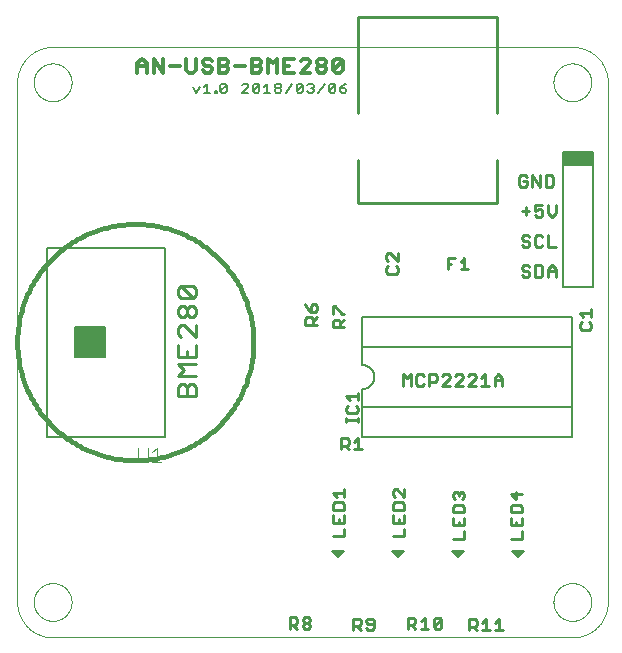
<source format=gto>
G75*
%MOIN*%
%OFA0B0*%
%FSLAX25Y25*%
%IPPOS*%
%LPD*%
%AMOC8*
5,1,8,0,0,1.08239X$1,22.5*
%
%ADD10C,0.00000*%
%ADD11C,0.00900*%
%ADD12C,0.01200*%
%ADD13C,0.00800*%
%ADD14C,0.01100*%
%ADD15C,0.01600*%
%ADD16C,0.00600*%
%ADD17C,0.01000*%
%ADD18C,0.00500*%
%ADD19C,0.00787*%
%ADD20R,0.10000X0.05000*%
%ADD21C,0.00400*%
D10*
X0005724Y0017535D02*
X0005724Y0190764D01*
X0011236Y0190764D02*
X0011238Y0190922D01*
X0011244Y0191080D01*
X0011254Y0191238D01*
X0011268Y0191396D01*
X0011286Y0191553D01*
X0011307Y0191710D01*
X0011333Y0191866D01*
X0011363Y0192022D01*
X0011396Y0192177D01*
X0011434Y0192330D01*
X0011475Y0192483D01*
X0011520Y0192635D01*
X0011569Y0192786D01*
X0011622Y0192935D01*
X0011678Y0193083D01*
X0011738Y0193229D01*
X0011802Y0193374D01*
X0011870Y0193517D01*
X0011941Y0193659D01*
X0012015Y0193799D01*
X0012093Y0193936D01*
X0012175Y0194072D01*
X0012259Y0194206D01*
X0012348Y0194337D01*
X0012439Y0194466D01*
X0012534Y0194593D01*
X0012631Y0194718D01*
X0012732Y0194840D01*
X0012836Y0194959D01*
X0012943Y0195076D01*
X0013053Y0195190D01*
X0013166Y0195301D01*
X0013281Y0195410D01*
X0013399Y0195515D01*
X0013520Y0195617D01*
X0013643Y0195717D01*
X0013769Y0195813D01*
X0013897Y0195906D01*
X0014027Y0195996D01*
X0014160Y0196082D01*
X0014295Y0196166D01*
X0014431Y0196245D01*
X0014570Y0196322D01*
X0014711Y0196394D01*
X0014853Y0196464D01*
X0014997Y0196529D01*
X0015143Y0196591D01*
X0015290Y0196649D01*
X0015439Y0196704D01*
X0015589Y0196755D01*
X0015740Y0196802D01*
X0015892Y0196845D01*
X0016045Y0196884D01*
X0016200Y0196920D01*
X0016355Y0196951D01*
X0016511Y0196979D01*
X0016667Y0197003D01*
X0016824Y0197023D01*
X0016982Y0197039D01*
X0017139Y0197051D01*
X0017298Y0197059D01*
X0017456Y0197063D01*
X0017614Y0197063D01*
X0017772Y0197059D01*
X0017931Y0197051D01*
X0018088Y0197039D01*
X0018246Y0197023D01*
X0018403Y0197003D01*
X0018559Y0196979D01*
X0018715Y0196951D01*
X0018870Y0196920D01*
X0019025Y0196884D01*
X0019178Y0196845D01*
X0019330Y0196802D01*
X0019481Y0196755D01*
X0019631Y0196704D01*
X0019780Y0196649D01*
X0019927Y0196591D01*
X0020073Y0196529D01*
X0020217Y0196464D01*
X0020359Y0196394D01*
X0020500Y0196322D01*
X0020639Y0196245D01*
X0020775Y0196166D01*
X0020910Y0196082D01*
X0021043Y0195996D01*
X0021173Y0195906D01*
X0021301Y0195813D01*
X0021427Y0195717D01*
X0021550Y0195617D01*
X0021671Y0195515D01*
X0021789Y0195410D01*
X0021904Y0195301D01*
X0022017Y0195190D01*
X0022127Y0195076D01*
X0022234Y0194959D01*
X0022338Y0194840D01*
X0022439Y0194718D01*
X0022536Y0194593D01*
X0022631Y0194466D01*
X0022722Y0194337D01*
X0022811Y0194206D01*
X0022895Y0194072D01*
X0022977Y0193936D01*
X0023055Y0193799D01*
X0023129Y0193659D01*
X0023200Y0193517D01*
X0023268Y0193374D01*
X0023332Y0193229D01*
X0023392Y0193083D01*
X0023448Y0192935D01*
X0023501Y0192786D01*
X0023550Y0192635D01*
X0023595Y0192483D01*
X0023636Y0192330D01*
X0023674Y0192177D01*
X0023707Y0192022D01*
X0023737Y0191866D01*
X0023763Y0191710D01*
X0023784Y0191553D01*
X0023802Y0191396D01*
X0023816Y0191238D01*
X0023826Y0191080D01*
X0023832Y0190922D01*
X0023834Y0190764D01*
X0023832Y0190606D01*
X0023826Y0190448D01*
X0023816Y0190290D01*
X0023802Y0190132D01*
X0023784Y0189975D01*
X0023763Y0189818D01*
X0023737Y0189662D01*
X0023707Y0189506D01*
X0023674Y0189351D01*
X0023636Y0189198D01*
X0023595Y0189045D01*
X0023550Y0188893D01*
X0023501Y0188742D01*
X0023448Y0188593D01*
X0023392Y0188445D01*
X0023332Y0188299D01*
X0023268Y0188154D01*
X0023200Y0188011D01*
X0023129Y0187869D01*
X0023055Y0187729D01*
X0022977Y0187592D01*
X0022895Y0187456D01*
X0022811Y0187322D01*
X0022722Y0187191D01*
X0022631Y0187062D01*
X0022536Y0186935D01*
X0022439Y0186810D01*
X0022338Y0186688D01*
X0022234Y0186569D01*
X0022127Y0186452D01*
X0022017Y0186338D01*
X0021904Y0186227D01*
X0021789Y0186118D01*
X0021671Y0186013D01*
X0021550Y0185911D01*
X0021427Y0185811D01*
X0021301Y0185715D01*
X0021173Y0185622D01*
X0021043Y0185532D01*
X0020910Y0185446D01*
X0020775Y0185362D01*
X0020639Y0185283D01*
X0020500Y0185206D01*
X0020359Y0185134D01*
X0020217Y0185064D01*
X0020073Y0184999D01*
X0019927Y0184937D01*
X0019780Y0184879D01*
X0019631Y0184824D01*
X0019481Y0184773D01*
X0019330Y0184726D01*
X0019178Y0184683D01*
X0019025Y0184644D01*
X0018870Y0184608D01*
X0018715Y0184577D01*
X0018559Y0184549D01*
X0018403Y0184525D01*
X0018246Y0184505D01*
X0018088Y0184489D01*
X0017931Y0184477D01*
X0017772Y0184469D01*
X0017614Y0184465D01*
X0017456Y0184465D01*
X0017298Y0184469D01*
X0017139Y0184477D01*
X0016982Y0184489D01*
X0016824Y0184505D01*
X0016667Y0184525D01*
X0016511Y0184549D01*
X0016355Y0184577D01*
X0016200Y0184608D01*
X0016045Y0184644D01*
X0015892Y0184683D01*
X0015740Y0184726D01*
X0015589Y0184773D01*
X0015439Y0184824D01*
X0015290Y0184879D01*
X0015143Y0184937D01*
X0014997Y0184999D01*
X0014853Y0185064D01*
X0014711Y0185134D01*
X0014570Y0185206D01*
X0014431Y0185283D01*
X0014295Y0185362D01*
X0014160Y0185446D01*
X0014027Y0185532D01*
X0013897Y0185622D01*
X0013769Y0185715D01*
X0013643Y0185811D01*
X0013520Y0185911D01*
X0013399Y0186013D01*
X0013281Y0186118D01*
X0013166Y0186227D01*
X0013053Y0186338D01*
X0012943Y0186452D01*
X0012836Y0186569D01*
X0012732Y0186688D01*
X0012631Y0186810D01*
X0012534Y0186935D01*
X0012439Y0187062D01*
X0012348Y0187191D01*
X0012259Y0187322D01*
X0012175Y0187456D01*
X0012093Y0187592D01*
X0012015Y0187729D01*
X0011941Y0187869D01*
X0011870Y0188011D01*
X0011802Y0188154D01*
X0011738Y0188299D01*
X0011678Y0188445D01*
X0011622Y0188593D01*
X0011569Y0188742D01*
X0011520Y0188893D01*
X0011475Y0189045D01*
X0011434Y0189198D01*
X0011396Y0189351D01*
X0011363Y0189506D01*
X0011333Y0189662D01*
X0011307Y0189818D01*
X0011286Y0189975D01*
X0011268Y0190132D01*
X0011254Y0190290D01*
X0011244Y0190448D01*
X0011238Y0190606D01*
X0011236Y0190764D01*
X0005724Y0190764D02*
X0005727Y0191049D01*
X0005738Y0191335D01*
X0005755Y0191620D01*
X0005779Y0191904D01*
X0005810Y0192188D01*
X0005848Y0192471D01*
X0005893Y0192752D01*
X0005944Y0193033D01*
X0006002Y0193313D01*
X0006067Y0193591D01*
X0006139Y0193867D01*
X0006217Y0194141D01*
X0006302Y0194414D01*
X0006394Y0194684D01*
X0006492Y0194952D01*
X0006596Y0195218D01*
X0006707Y0195481D01*
X0006824Y0195741D01*
X0006947Y0195999D01*
X0007077Y0196253D01*
X0007213Y0196504D01*
X0007354Y0196752D01*
X0007502Y0196996D01*
X0007655Y0197237D01*
X0007815Y0197473D01*
X0007980Y0197706D01*
X0008150Y0197935D01*
X0008326Y0198160D01*
X0008508Y0198380D01*
X0008694Y0198596D01*
X0008886Y0198807D01*
X0009083Y0199014D01*
X0009285Y0199216D01*
X0009492Y0199413D01*
X0009703Y0199605D01*
X0009919Y0199791D01*
X0010139Y0199973D01*
X0010364Y0200149D01*
X0010593Y0200319D01*
X0010826Y0200484D01*
X0011062Y0200644D01*
X0011303Y0200797D01*
X0011547Y0200945D01*
X0011795Y0201086D01*
X0012046Y0201222D01*
X0012300Y0201352D01*
X0012558Y0201475D01*
X0012818Y0201592D01*
X0013081Y0201703D01*
X0013347Y0201807D01*
X0013615Y0201905D01*
X0013885Y0201997D01*
X0014158Y0202082D01*
X0014432Y0202160D01*
X0014708Y0202232D01*
X0014986Y0202297D01*
X0015266Y0202355D01*
X0015547Y0202406D01*
X0015828Y0202451D01*
X0016111Y0202489D01*
X0016395Y0202520D01*
X0016679Y0202544D01*
X0016964Y0202561D01*
X0017250Y0202572D01*
X0017535Y0202575D01*
X0190764Y0202575D01*
X0184465Y0190764D02*
X0184467Y0190922D01*
X0184473Y0191080D01*
X0184483Y0191238D01*
X0184497Y0191396D01*
X0184515Y0191553D01*
X0184536Y0191710D01*
X0184562Y0191866D01*
X0184592Y0192022D01*
X0184625Y0192177D01*
X0184663Y0192330D01*
X0184704Y0192483D01*
X0184749Y0192635D01*
X0184798Y0192786D01*
X0184851Y0192935D01*
X0184907Y0193083D01*
X0184967Y0193229D01*
X0185031Y0193374D01*
X0185099Y0193517D01*
X0185170Y0193659D01*
X0185244Y0193799D01*
X0185322Y0193936D01*
X0185404Y0194072D01*
X0185488Y0194206D01*
X0185577Y0194337D01*
X0185668Y0194466D01*
X0185763Y0194593D01*
X0185860Y0194718D01*
X0185961Y0194840D01*
X0186065Y0194959D01*
X0186172Y0195076D01*
X0186282Y0195190D01*
X0186395Y0195301D01*
X0186510Y0195410D01*
X0186628Y0195515D01*
X0186749Y0195617D01*
X0186872Y0195717D01*
X0186998Y0195813D01*
X0187126Y0195906D01*
X0187256Y0195996D01*
X0187389Y0196082D01*
X0187524Y0196166D01*
X0187660Y0196245D01*
X0187799Y0196322D01*
X0187940Y0196394D01*
X0188082Y0196464D01*
X0188226Y0196529D01*
X0188372Y0196591D01*
X0188519Y0196649D01*
X0188668Y0196704D01*
X0188818Y0196755D01*
X0188969Y0196802D01*
X0189121Y0196845D01*
X0189274Y0196884D01*
X0189429Y0196920D01*
X0189584Y0196951D01*
X0189740Y0196979D01*
X0189896Y0197003D01*
X0190053Y0197023D01*
X0190211Y0197039D01*
X0190368Y0197051D01*
X0190527Y0197059D01*
X0190685Y0197063D01*
X0190843Y0197063D01*
X0191001Y0197059D01*
X0191160Y0197051D01*
X0191317Y0197039D01*
X0191475Y0197023D01*
X0191632Y0197003D01*
X0191788Y0196979D01*
X0191944Y0196951D01*
X0192099Y0196920D01*
X0192254Y0196884D01*
X0192407Y0196845D01*
X0192559Y0196802D01*
X0192710Y0196755D01*
X0192860Y0196704D01*
X0193009Y0196649D01*
X0193156Y0196591D01*
X0193302Y0196529D01*
X0193446Y0196464D01*
X0193588Y0196394D01*
X0193729Y0196322D01*
X0193868Y0196245D01*
X0194004Y0196166D01*
X0194139Y0196082D01*
X0194272Y0195996D01*
X0194402Y0195906D01*
X0194530Y0195813D01*
X0194656Y0195717D01*
X0194779Y0195617D01*
X0194900Y0195515D01*
X0195018Y0195410D01*
X0195133Y0195301D01*
X0195246Y0195190D01*
X0195356Y0195076D01*
X0195463Y0194959D01*
X0195567Y0194840D01*
X0195668Y0194718D01*
X0195765Y0194593D01*
X0195860Y0194466D01*
X0195951Y0194337D01*
X0196040Y0194206D01*
X0196124Y0194072D01*
X0196206Y0193936D01*
X0196284Y0193799D01*
X0196358Y0193659D01*
X0196429Y0193517D01*
X0196497Y0193374D01*
X0196561Y0193229D01*
X0196621Y0193083D01*
X0196677Y0192935D01*
X0196730Y0192786D01*
X0196779Y0192635D01*
X0196824Y0192483D01*
X0196865Y0192330D01*
X0196903Y0192177D01*
X0196936Y0192022D01*
X0196966Y0191866D01*
X0196992Y0191710D01*
X0197013Y0191553D01*
X0197031Y0191396D01*
X0197045Y0191238D01*
X0197055Y0191080D01*
X0197061Y0190922D01*
X0197063Y0190764D01*
X0197061Y0190606D01*
X0197055Y0190448D01*
X0197045Y0190290D01*
X0197031Y0190132D01*
X0197013Y0189975D01*
X0196992Y0189818D01*
X0196966Y0189662D01*
X0196936Y0189506D01*
X0196903Y0189351D01*
X0196865Y0189198D01*
X0196824Y0189045D01*
X0196779Y0188893D01*
X0196730Y0188742D01*
X0196677Y0188593D01*
X0196621Y0188445D01*
X0196561Y0188299D01*
X0196497Y0188154D01*
X0196429Y0188011D01*
X0196358Y0187869D01*
X0196284Y0187729D01*
X0196206Y0187592D01*
X0196124Y0187456D01*
X0196040Y0187322D01*
X0195951Y0187191D01*
X0195860Y0187062D01*
X0195765Y0186935D01*
X0195668Y0186810D01*
X0195567Y0186688D01*
X0195463Y0186569D01*
X0195356Y0186452D01*
X0195246Y0186338D01*
X0195133Y0186227D01*
X0195018Y0186118D01*
X0194900Y0186013D01*
X0194779Y0185911D01*
X0194656Y0185811D01*
X0194530Y0185715D01*
X0194402Y0185622D01*
X0194272Y0185532D01*
X0194139Y0185446D01*
X0194004Y0185362D01*
X0193868Y0185283D01*
X0193729Y0185206D01*
X0193588Y0185134D01*
X0193446Y0185064D01*
X0193302Y0184999D01*
X0193156Y0184937D01*
X0193009Y0184879D01*
X0192860Y0184824D01*
X0192710Y0184773D01*
X0192559Y0184726D01*
X0192407Y0184683D01*
X0192254Y0184644D01*
X0192099Y0184608D01*
X0191944Y0184577D01*
X0191788Y0184549D01*
X0191632Y0184525D01*
X0191475Y0184505D01*
X0191317Y0184489D01*
X0191160Y0184477D01*
X0191001Y0184469D01*
X0190843Y0184465D01*
X0190685Y0184465D01*
X0190527Y0184469D01*
X0190368Y0184477D01*
X0190211Y0184489D01*
X0190053Y0184505D01*
X0189896Y0184525D01*
X0189740Y0184549D01*
X0189584Y0184577D01*
X0189429Y0184608D01*
X0189274Y0184644D01*
X0189121Y0184683D01*
X0188969Y0184726D01*
X0188818Y0184773D01*
X0188668Y0184824D01*
X0188519Y0184879D01*
X0188372Y0184937D01*
X0188226Y0184999D01*
X0188082Y0185064D01*
X0187940Y0185134D01*
X0187799Y0185206D01*
X0187660Y0185283D01*
X0187524Y0185362D01*
X0187389Y0185446D01*
X0187256Y0185532D01*
X0187126Y0185622D01*
X0186998Y0185715D01*
X0186872Y0185811D01*
X0186749Y0185911D01*
X0186628Y0186013D01*
X0186510Y0186118D01*
X0186395Y0186227D01*
X0186282Y0186338D01*
X0186172Y0186452D01*
X0186065Y0186569D01*
X0185961Y0186688D01*
X0185860Y0186810D01*
X0185763Y0186935D01*
X0185668Y0187062D01*
X0185577Y0187191D01*
X0185488Y0187322D01*
X0185404Y0187456D01*
X0185322Y0187592D01*
X0185244Y0187729D01*
X0185170Y0187869D01*
X0185099Y0188011D01*
X0185031Y0188154D01*
X0184967Y0188299D01*
X0184907Y0188445D01*
X0184851Y0188593D01*
X0184798Y0188742D01*
X0184749Y0188893D01*
X0184704Y0189045D01*
X0184663Y0189198D01*
X0184625Y0189351D01*
X0184592Y0189506D01*
X0184562Y0189662D01*
X0184536Y0189818D01*
X0184515Y0189975D01*
X0184497Y0190132D01*
X0184483Y0190290D01*
X0184473Y0190448D01*
X0184467Y0190606D01*
X0184465Y0190764D01*
X0190764Y0202575D02*
X0191049Y0202572D01*
X0191335Y0202561D01*
X0191620Y0202544D01*
X0191904Y0202520D01*
X0192188Y0202489D01*
X0192471Y0202451D01*
X0192752Y0202406D01*
X0193033Y0202355D01*
X0193313Y0202297D01*
X0193591Y0202232D01*
X0193867Y0202160D01*
X0194141Y0202082D01*
X0194414Y0201997D01*
X0194684Y0201905D01*
X0194952Y0201807D01*
X0195218Y0201703D01*
X0195481Y0201592D01*
X0195741Y0201475D01*
X0195999Y0201352D01*
X0196253Y0201222D01*
X0196504Y0201086D01*
X0196752Y0200945D01*
X0196996Y0200797D01*
X0197237Y0200644D01*
X0197473Y0200484D01*
X0197706Y0200319D01*
X0197935Y0200149D01*
X0198160Y0199973D01*
X0198380Y0199791D01*
X0198596Y0199605D01*
X0198807Y0199413D01*
X0199014Y0199216D01*
X0199216Y0199014D01*
X0199413Y0198807D01*
X0199605Y0198596D01*
X0199791Y0198380D01*
X0199973Y0198160D01*
X0200149Y0197935D01*
X0200319Y0197706D01*
X0200484Y0197473D01*
X0200644Y0197237D01*
X0200797Y0196996D01*
X0200945Y0196752D01*
X0201086Y0196504D01*
X0201222Y0196253D01*
X0201352Y0195999D01*
X0201475Y0195741D01*
X0201592Y0195481D01*
X0201703Y0195218D01*
X0201807Y0194952D01*
X0201905Y0194684D01*
X0201997Y0194414D01*
X0202082Y0194141D01*
X0202160Y0193867D01*
X0202232Y0193591D01*
X0202297Y0193313D01*
X0202355Y0193033D01*
X0202406Y0192752D01*
X0202451Y0192471D01*
X0202489Y0192188D01*
X0202520Y0191904D01*
X0202544Y0191620D01*
X0202561Y0191335D01*
X0202572Y0191049D01*
X0202575Y0190764D01*
X0202575Y0017535D01*
X0184465Y0017535D02*
X0184467Y0017693D01*
X0184473Y0017851D01*
X0184483Y0018009D01*
X0184497Y0018167D01*
X0184515Y0018324D01*
X0184536Y0018481D01*
X0184562Y0018637D01*
X0184592Y0018793D01*
X0184625Y0018948D01*
X0184663Y0019101D01*
X0184704Y0019254D01*
X0184749Y0019406D01*
X0184798Y0019557D01*
X0184851Y0019706D01*
X0184907Y0019854D01*
X0184967Y0020000D01*
X0185031Y0020145D01*
X0185099Y0020288D01*
X0185170Y0020430D01*
X0185244Y0020570D01*
X0185322Y0020707D01*
X0185404Y0020843D01*
X0185488Y0020977D01*
X0185577Y0021108D01*
X0185668Y0021237D01*
X0185763Y0021364D01*
X0185860Y0021489D01*
X0185961Y0021611D01*
X0186065Y0021730D01*
X0186172Y0021847D01*
X0186282Y0021961D01*
X0186395Y0022072D01*
X0186510Y0022181D01*
X0186628Y0022286D01*
X0186749Y0022388D01*
X0186872Y0022488D01*
X0186998Y0022584D01*
X0187126Y0022677D01*
X0187256Y0022767D01*
X0187389Y0022853D01*
X0187524Y0022937D01*
X0187660Y0023016D01*
X0187799Y0023093D01*
X0187940Y0023165D01*
X0188082Y0023235D01*
X0188226Y0023300D01*
X0188372Y0023362D01*
X0188519Y0023420D01*
X0188668Y0023475D01*
X0188818Y0023526D01*
X0188969Y0023573D01*
X0189121Y0023616D01*
X0189274Y0023655D01*
X0189429Y0023691D01*
X0189584Y0023722D01*
X0189740Y0023750D01*
X0189896Y0023774D01*
X0190053Y0023794D01*
X0190211Y0023810D01*
X0190368Y0023822D01*
X0190527Y0023830D01*
X0190685Y0023834D01*
X0190843Y0023834D01*
X0191001Y0023830D01*
X0191160Y0023822D01*
X0191317Y0023810D01*
X0191475Y0023794D01*
X0191632Y0023774D01*
X0191788Y0023750D01*
X0191944Y0023722D01*
X0192099Y0023691D01*
X0192254Y0023655D01*
X0192407Y0023616D01*
X0192559Y0023573D01*
X0192710Y0023526D01*
X0192860Y0023475D01*
X0193009Y0023420D01*
X0193156Y0023362D01*
X0193302Y0023300D01*
X0193446Y0023235D01*
X0193588Y0023165D01*
X0193729Y0023093D01*
X0193868Y0023016D01*
X0194004Y0022937D01*
X0194139Y0022853D01*
X0194272Y0022767D01*
X0194402Y0022677D01*
X0194530Y0022584D01*
X0194656Y0022488D01*
X0194779Y0022388D01*
X0194900Y0022286D01*
X0195018Y0022181D01*
X0195133Y0022072D01*
X0195246Y0021961D01*
X0195356Y0021847D01*
X0195463Y0021730D01*
X0195567Y0021611D01*
X0195668Y0021489D01*
X0195765Y0021364D01*
X0195860Y0021237D01*
X0195951Y0021108D01*
X0196040Y0020977D01*
X0196124Y0020843D01*
X0196206Y0020707D01*
X0196284Y0020570D01*
X0196358Y0020430D01*
X0196429Y0020288D01*
X0196497Y0020145D01*
X0196561Y0020000D01*
X0196621Y0019854D01*
X0196677Y0019706D01*
X0196730Y0019557D01*
X0196779Y0019406D01*
X0196824Y0019254D01*
X0196865Y0019101D01*
X0196903Y0018948D01*
X0196936Y0018793D01*
X0196966Y0018637D01*
X0196992Y0018481D01*
X0197013Y0018324D01*
X0197031Y0018167D01*
X0197045Y0018009D01*
X0197055Y0017851D01*
X0197061Y0017693D01*
X0197063Y0017535D01*
X0197061Y0017377D01*
X0197055Y0017219D01*
X0197045Y0017061D01*
X0197031Y0016903D01*
X0197013Y0016746D01*
X0196992Y0016589D01*
X0196966Y0016433D01*
X0196936Y0016277D01*
X0196903Y0016122D01*
X0196865Y0015969D01*
X0196824Y0015816D01*
X0196779Y0015664D01*
X0196730Y0015513D01*
X0196677Y0015364D01*
X0196621Y0015216D01*
X0196561Y0015070D01*
X0196497Y0014925D01*
X0196429Y0014782D01*
X0196358Y0014640D01*
X0196284Y0014500D01*
X0196206Y0014363D01*
X0196124Y0014227D01*
X0196040Y0014093D01*
X0195951Y0013962D01*
X0195860Y0013833D01*
X0195765Y0013706D01*
X0195668Y0013581D01*
X0195567Y0013459D01*
X0195463Y0013340D01*
X0195356Y0013223D01*
X0195246Y0013109D01*
X0195133Y0012998D01*
X0195018Y0012889D01*
X0194900Y0012784D01*
X0194779Y0012682D01*
X0194656Y0012582D01*
X0194530Y0012486D01*
X0194402Y0012393D01*
X0194272Y0012303D01*
X0194139Y0012217D01*
X0194004Y0012133D01*
X0193868Y0012054D01*
X0193729Y0011977D01*
X0193588Y0011905D01*
X0193446Y0011835D01*
X0193302Y0011770D01*
X0193156Y0011708D01*
X0193009Y0011650D01*
X0192860Y0011595D01*
X0192710Y0011544D01*
X0192559Y0011497D01*
X0192407Y0011454D01*
X0192254Y0011415D01*
X0192099Y0011379D01*
X0191944Y0011348D01*
X0191788Y0011320D01*
X0191632Y0011296D01*
X0191475Y0011276D01*
X0191317Y0011260D01*
X0191160Y0011248D01*
X0191001Y0011240D01*
X0190843Y0011236D01*
X0190685Y0011236D01*
X0190527Y0011240D01*
X0190368Y0011248D01*
X0190211Y0011260D01*
X0190053Y0011276D01*
X0189896Y0011296D01*
X0189740Y0011320D01*
X0189584Y0011348D01*
X0189429Y0011379D01*
X0189274Y0011415D01*
X0189121Y0011454D01*
X0188969Y0011497D01*
X0188818Y0011544D01*
X0188668Y0011595D01*
X0188519Y0011650D01*
X0188372Y0011708D01*
X0188226Y0011770D01*
X0188082Y0011835D01*
X0187940Y0011905D01*
X0187799Y0011977D01*
X0187660Y0012054D01*
X0187524Y0012133D01*
X0187389Y0012217D01*
X0187256Y0012303D01*
X0187126Y0012393D01*
X0186998Y0012486D01*
X0186872Y0012582D01*
X0186749Y0012682D01*
X0186628Y0012784D01*
X0186510Y0012889D01*
X0186395Y0012998D01*
X0186282Y0013109D01*
X0186172Y0013223D01*
X0186065Y0013340D01*
X0185961Y0013459D01*
X0185860Y0013581D01*
X0185763Y0013706D01*
X0185668Y0013833D01*
X0185577Y0013962D01*
X0185488Y0014093D01*
X0185404Y0014227D01*
X0185322Y0014363D01*
X0185244Y0014500D01*
X0185170Y0014640D01*
X0185099Y0014782D01*
X0185031Y0014925D01*
X0184967Y0015070D01*
X0184907Y0015216D01*
X0184851Y0015364D01*
X0184798Y0015513D01*
X0184749Y0015664D01*
X0184704Y0015816D01*
X0184663Y0015969D01*
X0184625Y0016122D01*
X0184592Y0016277D01*
X0184562Y0016433D01*
X0184536Y0016589D01*
X0184515Y0016746D01*
X0184497Y0016903D01*
X0184483Y0017061D01*
X0184473Y0017219D01*
X0184467Y0017377D01*
X0184465Y0017535D01*
X0190764Y0005724D02*
X0191049Y0005727D01*
X0191335Y0005738D01*
X0191620Y0005755D01*
X0191904Y0005779D01*
X0192188Y0005810D01*
X0192471Y0005848D01*
X0192752Y0005893D01*
X0193033Y0005944D01*
X0193313Y0006002D01*
X0193591Y0006067D01*
X0193867Y0006139D01*
X0194141Y0006217D01*
X0194414Y0006302D01*
X0194684Y0006394D01*
X0194952Y0006492D01*
X0195218Y0006596D01*
X0195481Y0006707D01*
X0195741Y0006824D01*
X0195999Y0006947D01*
X0196253Y0007077D01*
X0196504Y0007213D01*
X0196752Y0007354D01*
X0196996Y0007502D01*
X0197237Y0007655D01*
X0197473Y0007815D01*
X0197706Y0007980D01*
X0197935Y0008150D01*
X0198160Y0008326D01*
X0198380Y0008508D01*
X0198596Y0008694D01*
X0198807Y0008886D01*
X0199014Y0009083D01*
X0199216Y0009285D01*
X0199413Y0009492D01*
X0199605Y0009703D01*
X0199791Y0009919D01*
X0199973Y0010139D01*
X0200149Y0010364D01*
X0200319Y0010593D01*
X0200484Y0010826D01*
X0200644Y0011062D01*
X0200797Y0011303D01*
X0200945Y0011547D01*
X0201086Y0011795D01*
X0201222Y0012046D01*
X0201352Y0012300D01*
X0201475Y0012558D01*
X0201592Y0012818D01*
X0201703Y0013081D01*
X0201807Y0013347D01*
X0201905Y0013615D01*
X0201997Y0013885D01*
X0202082Y0014158D01*
X0202160Y0014432D01*
X0202232Y0014708D01*
X0202297Y0014986D01*
X0202355Y0015266D01*
X0202406Y0015547D01*
X0202451Y0015828D01*
X0202489Y0016111D01*
X0202520Y0016395D01*
X0202544Y0016679D01*
X0202561Y0016964D01*
X0202572Y0017250D01*
X0202575Y0017535D01*
X0190764Y0005724D02*
X0017535Y0005724D01*
X0011236Y0017535D02*
X0011238Y0017693D01*
X0011244Y0017851D01*
X0011254Y0018009D01*
X0011268Y0018167D01*
X0011286Y0018324D01*
X0011307Y0018481D01*
X0011333Y0018637D01*
X0011363Y0018793D01*
X0011396Y0018948D01*
X0011434Y0019101D01*
X0011475Y0019254D01*
X0011520Y0019406D01*
X0011569Y0019557D01*
X0011622Y0019706D01*
X0011678Y0019854D01*
X0011738Y0020000D01*
X0011802Y0020145D01*
X0011870Y0020288D01*
X0011941Y0020430D01*
X0012015Y0020570D01*
X0012093Y0020707D01*
X0012175Y0020843D01*
X0012259Y0020977D01*
X0012348Y0021108D01*
X0012439Y0021237D01*
X0012534Y0021364D01*
X0012631Y0021489D01*
X0012732Y0021611D01*
X0012836Y0021730D01*
X0012943Y0021847D01*
X0013053Y0021961D01*
X0013166Y0022072D01*
X0013281Y0022181D01*
X0013399Y0022286D01*
X0013520Y0022388D01*
X0013643Y0022488D01*
X0013769Y0022584D01*
X0013897Y0022677D01*
X0014027Y0022767D01*
X0014160Y0022853D01*
X0014295Y0022937D01*
X0014431Y0023016D01*
X0014570Y0023093D01*
X0014711Y0023165D01*
X0014853Y0023235D01*
X0014997Y0023300D01*
X0015143Y0023362D01*
X0015290Y0023420D01*
X0015439Y0023475D01*
X0015589Y0023526D01*
X0015740Y0023573D01*
X0015892Y0023616D01*
X0016045Y0023655D01*
X0016200Y0023691D01*
X0016355Y0023722D01*
X0016511Y0023750D01*
X0016667Y0023774D01*
X0016824Y0023794D01*
X0016982Y0023810D01*
X0017139Y0023822D01*
X0017298Y0023830D01*
X0017456Y0023834D01*
X0017614Y0023834D01*
X0017772Y0023830D01*
X0017931Y0023822D01*
X0018088Y0023810D01*
X0018246Y0023794D01*
X0018403Y0023774D01*
X0018559Y0023750D01*
X0018715Y0023722D01*
X0018870Y0023691D01*
X0019025Y0023655D01*
X0019178Y0023616D01*
X0019330Y0023573D01*
X0019481Y0023526D01*
X0019631Y0023475D01*
X0019780Y0023420D01*
X0019927Y0023362D01*
X0020073Y0023300D01*
X0020217Y0023235D01*
X0020359Y0023165D01*
X0020500Y0023093D01*
X0020639Y0023016D01*
X0020775Y0022937D01*
X0020910Y0022853D01*
X0021043Y0022767D01*
X0021173Y0022677D01*
X0021301Y0022584D01*
X0021427Y0022488D01*
X0021550Y0022388D01*
X0021671Y0022286D01*
X0021789Y0022181D01*
X0021904Y0022072D01*
X0022017Y0021961D01*
X0022127Y0021847D01*
X0022234Y0021730D01*
X0022338Y0021611D01*
X0022439Y0021489D01*
X0022536Y0021364D01*
X0022631Y0021237D01*
X0022722Y0021108D01*
X0022811Y0020977D01*
X0022895Y0020843D01*
X0022977Y0020707D01*
X0023055Y0020570D01*
X0023129Y0020430D01*
X0023200Y0020288D01*
X0023268Y0020145D01*
X0023332Y0020000D01*
X0023392Y0019854D01*
X0023448Y0019706D01*
X0023501Y0019557D01*
X0023550Y0019406D01*
X0023595Y0019254D01*
X0023636Y0019101D01*
X0023674Y0018948D01*
X0023707Y0018793D01*
X0023737Y0018637D01*
X0023763Y0018481D01*
X0023784Y0018324D01*
X0023802Y0018167D01*
X0023816Y0018009D01*
X0023826Y0017851D01*
X0023832Y0017693D01*
X0023834Y0017535D01*
X0023832Y0017377D01*
X0023826Y0017219D01*
X0023816Y0017061D01*
X0023802Y0016903D01*
X0023784Y0016746D01*
X0023763Y0016589D01*
X0023737Y0016433D01*
X0023707Y0016277D01*
X0023674Y0016122D01*
X0023636Y0015969D01*
X0023595Y0015816D01*
X0023550Y0015664D01*
X0023501Y0015513D01*
X0023448Y0015364D01*
X0023392Y0015216D01*
X0023332Y0015070D01*
X0023268Y0014925D01*
X0023200Y0014782D01*
X0023129Y0014640D01*
X0023055Y0014500D01*
X0022977Y0014363D01*
X0022895Y0014227D01*
X0022811Y0014093D01*
X0022722Y0013962D01*
X0022631Y0013833D01*
X0022536Y0013706D01*
X0022439Y0013581D01*
X0022338Y0013459D01*
X0022234Y0013340D01*
X0022127Y0013223D01*
X0022017Y0013109D01*
X0021904Y0012998D01*
X0021789Y0012889D01*
X0021671Y0012784D01*
X0021550Y0012682D01*
X0021427Y0012582D01*
X0021301Y0012486D01*
X0021173Y0012393D01*
X0021043Y0012303D01*
X0020910Y0012217D01*
X0020775Y0012133D01*
X0020639Y0012054D01*
X0020500Y0011977D01*
X0020359Y0011905D01*
X0020217Y0011835D01*
X0020073Y0011770D01*
X0019927Y0011708D01*
X0019780Y0011650D01*
X0019631Y0011595D01*
X0019481Y0011544D01*
X0019330Y0011497D01*
X0019178Y0011454D01*
X0019025Y0011415D01*
X0018870Y0011379D01*
X0018715Y0011348D01*
X0018559Y0011320D01*
X0018403Y0011296D01*
X0018246Y0011276D01*
X0018088Y0011260D01*
X0017931Y0011248D01*
X0017772Y0011240D01*
X0017614Y0011236D01*
X0017456Y0011236D01*
X0017298Y0011240D01*
X0017139Y0011248D01*
X0016982Y0011260D01*
X0016824Y0011276D01*
X0016667Y0011296D01*
X0016511Y0011320D01*
X0016355Y0011348D01*
X0016200Y0011379D01*
X0016045Y0011415D01*
X0015892Y0011454D01*
X0015740Y0011497D01*
X0015589Y0011544D01*
X0015439Y0011595D01*
X0015290Y0011650D01*
X0015143Y0011708D01*
X0014997Y0011770D01*
X0014853Y0011835D01*
X0014711Y0011905D01*
X0014570Y0011977D01*
X0014431Y0012054D01*
X0014295Y0012133D01*
X0014160Y0012217D01*
X0014027Y0012303D01*
X0013897Y0012393D01*
X0013769Y0012486D01*
X0013643Y0012582D01*
X0013520Y0012682D01*
X0013399Y0012784D01*
X0013281Y0012889D01*
X0013166Y0012998D01*
X0013053Y0013109D01*
X0012943Y0013223D01*
X0012836Y0013340D01*
X0012732Y0013459D01*
X0012631Y0013581D01*
X0012534Y0013706D01*
X0012439Y0013833D01*
X0012348Y0013962D01*
X0012259Y0014093D01*
X0012175Y0014227D01*
X0012093Y0014363D01*
X0012015Y0014500D01*
X0011941Y0014640D01*
X0011870Y0014782D01*
X0011802Y0014925D01*
X0011738Y0015070D01*
X0011678Y0015216D01*
X0011622Y0015364D01*
X0011569Y0015513D01*
X0011520Y0015664D01*
X0011475Y0015816D01*
X0011434Y0015969D01*
X0011396Y0016122D01*
X0011363Y0016277D01*
X0011333Y0016433D01*
X0011307Y0016589D01*
X0011286Y0016746D01*
X0011268Y0016903D01*
X0011254Y0017061D01*
X0011244Y0017219D01*
X0011238Y0017377D01*
X0011236Y0017535D01*
X0005724Y0017535D02*
X0005727Y0017250D01*
X0005738Y0016964D01*
X0005755Y0016679D01*
X0005779Y0016395D01*
X0005810Y0016111D01*
X0005848Y0015828D01*
X0005893Y0015547D01*
X0005944Y0015266D01*
X0006002Y0014986D01*
X0006067Y0014708D01*
X0006139Y0014432D01*
X0006217Y0014158D01*
X0006302Y0013885D01*
X0006394Y0013615D01*
X0006492Y0013347D01*
X0006596Y0013081D01*
X0006707Y0012818D01*
X0006824Y0012558D01*
X0006947Y0012300D01*
X0007077Y0012046D01*
X0007213Y0011795D01*
X0007354Y0011547D01*
X0007502Y0011303D01*
X0007655Y0011062D01*
X0007815Y0010826D01*
X0007980Y0010593D01*
X0008150Y0010364D01*
X0008326Y0010139D01*
X0008508Y0009919D01*
X0008694Y0009703D01*
X0008886Y0009492D01*
X0009083Y0009285D01*
X0009285Y0009083D01*
X0009492Y0008886D01*
X0009703Y0008694D01*
X0009919Y0008508D01*
X0010139Y0008326D01*
X0010364Y0008150D01*
X0010593Y0007980D01*
X0010826Y0007815D01*
X0011062Y0007655D01*
X0011303Y0007502D01*
X0011547Y0007354D01*
X0011795Y0007213D01*
X0012046Y0007077D01*
X0012300Y0006947D01*
X0012558Y0006824D01*
X0012818Y0006707D01*
X0013081Y0006596D01*
X0013347Y0006492D01*
X0013615Y0006394D01*
X0013885Y0006302D01*
X0014158Y0006217D01*
X0014432Y0006139D01*
X0014708Y0006067D01*
X0014986Y0006002D01*
X0015266Y0005944D01*
X0015547Y0005893D01*
X0015828Y0005848D01*
X0016111Y0005810D01*
X0016395Y0005779D01*
X0016679Y0005755D01*
X0016964Y0005738D01*
X0017250Y0005727D01*
X0017535Y0005724D01*
D11*
X0096509Y0008674D02*
X0096509Y0012502D01*
X0098423Y0012502D01*
X0099061Y0011864D01*
X0099061Y0010588D01*
X0098423Y0009950D01*
X0096509Y0009950D01*
X0097785Y0009950D02*
X0099061Y0008674D01*
X0100859Y0009312D02*
X0100859Y0009950D01*
X0101497Y0010588D01*
X0102773Y0010588D01*
X0103411Y0009950D01*
X0103411Y0009312D01*
X0102773Y0008674D01*
X0101497Y0008674D01*
X0100859Y0009312D01*
X0101497Y0010588D02*
X0100859Y0011226D01*
X0100859Y0011864D01*
X0101497Y0012502D01*
X0102773Y0012502D01*
X0103411Y0011864D01*
X0103411Y0011226D01*
X0102773Y0010588D01*
X0117769Y0009478D02*
X0119683Y0009478D01*
X0120321Y0010116D01*
X0120321Y0011392D01*
X0119683Y0012030D01*
X0117769Y0012030D01*
X0117769Y0008202D01*
X0119045Y0009478D02*
X0120321Y0008202D01*
X0122119Y0008840D02*
X0122757Y0008202D01*
X0124033Y0008202D01*
X0124671Y0008840D01*
X0124671Y0011392D01*
X0124033Y0012030D01*
X0122757Y0012030D01*
X0122119Y0011392D01*
X0122119Y0010754D01*
X0122757Y0010116D01*
X0124671Y0010116D01*
X0135879Y0009793D02*
X0137793Y0009793D01*
X0138431Y0010431D01*
X0138431Y0011707D01*
X0137793Y0012345D01*
X0135879Y0012345D01*
X0135879Y0008517D01*
X0137155Y0009793D02*
X0138431Y0008517D01*
X0140229Y0008517D02*
X0142781Y0008517D01*
X0141505Y0008517D02*
X0141505Y0012345D01*
X0140229Y0011069D01*
X0144579Y0011707D02*
X0144579Y0009155D01*
X0147131Y0011707D01*
X0147131Y0009155D01*
X0146493Y0008517D01*
X0145217Y0008517D01*
X0144579Y0009155D01*
X0144579Y0011707D02*
X0145217Y0012345D01*
X0146493Y0012345D01*
X0147131Y0011707D01*
X0156352Y0011872D02*
X0156352Y0008044D01*
X0156352Y0009320D02*
X0158265Y0009320D01*
X0158903Y0009958D01*
X0158903Y0011234D01*
X0158265Y0011872D01*
X0156352Y0011872D01*
X0157627Y0009320D02*
X0158903Y0008044D01*
X0160702Y0008044D02*
X0163254Y0008044D01*
X0161978Y0008044D02*
X0161978Y0011872D01*
X0160702Y0010596D01*
X0165052Y0010596D02*
X0166328Y0011872D01*
X0166328Y0008044D01*
X0165052Y0008044D02*
X0167604Y0008044D01*
X0170148Y0038695D02*
X0173975Y0038695D01*
X0173975Y0041247D01*
X0173975Y0043045D02*
X0173975Y0045597D01*
X0173975Y0047395D02*
X0173975Y0049309D01*
X0173337Y0049947D01*
X0170785Y0049947D01*
X0170148Y0049309D01*
X0170148Y0047395D01*
X0173975Y0047395D01*
X0172061Y0044321D02*
X0172061Y0043045D01*
X0170148Y0043045D02*
X0170148Y0045597D01*
X0170148Y0043045D02*
X0173975Y0043045D01*
X0172061Y0051745D02*
X0172061Y0054297D01*
X0170148Y0053659D02*
X0172061Y0051745D01*
X0173975Y0053659D02*
X0170148Y0053659D01*
X0154763Y0053659D02*
X0154763Y0052383D01*
X0154125Y0051745D01*
X0154125Y0049947D02*
X0151573Y0049947D01*
X0150935Y0049309D01*
X0150935Y0047395D01*
X0154763Y0047395D01*
X0154763Y0049309D01*
X0154125Y0049947D01*
X0151573Y0051745D02*
X0150935Y0052383D01*
X0150935Y0053659D01*
X0151573Y0054297D01*
X0152211Y0054297D01*
X0152849Y0053659D01*
X0153487Y0054297D01*
X0154125Y0054297D01*
X0154763Y0053659D01*
X0152849Y0053659D02*
X0152849Y0053021D01*
X0154763Y0045597D02*
X0154763Y0043045D01*
X0150935Y0043045D01*
X0150935Y0045597D01*
X0152849Y0044321D02*
X0152849Y0043045D01*
X0154763Y0041247D02*
X0154763Y0038695D01*
X0150935Y0038695D01*
X0134763Y0039482D02*
X0134763Y0042034D01*
X0134763Y0043833D02*
X0134763Y0046384D01*
X0134763Y0048183D02*
X0134763Y0050097D01*
X0134125Y0050735D01*
X0131573Y0050735D01*
X0130935Y0050097D01*
X0130935Y0048183D01*
X0134763Y0048183D01*
X0132849Y0045108D02*
X0132849Y0043833D01*
X0130935Y0043833D02*
X0134763Y0043833D01*
X0130935Y0043833D02*
X0130935Y0046384D01*
X0131573Y0052533D02*
X0130935Y0053171D01*
X0130935Y0054447D01*
X0131573Y0055085D01*
X0132211Y0055085D01*
X0134763Y0052533D01*
X0134763Y0055085D01*
X0134763Y0039482D02*
X0130935Y0039482D01*
X0114763Y0039482D02*
X0114763Y0042034D01*
X0114763Y0043833D02*
X0114763Y0046384D01*
X0114763Y0048183D02*
X0114763Y0050097D01*
X0114125Y0050735D01*
X0111573Y0050735D01*
X0110935Y0050097D01*
X0110935Y0048183D01*
X0114763Y0048183D01*
X0112849Y0045108D02*
X0112849Y0043833D01*
X0110935Y0043833D02*
X0114763Y0043833D01*
X0110935Y0043833D02*
X0110935Y0046384D01*
X0112211Y0052533D02*
X0110935Y0053809D01*
X0114763Y0053809D01*
X0114763Y0052533D02*
X0114763Y0055085D01*
X0113714Y0068399D02*
X0113714Y0072226D01*
X0115628Y0072226D01*
X0116266Y0071589D01*
X0116266Y0070313D01*
X0115628Y0069675D01*
X0113714Y0069675D01*
X0114990Y0069675D02*
X0116266Y0068399D01*
X0118064Y0068399D02*
X0120616Y0068399D01*
X0119340Y0068399D02*
X0119340Y0072226D01*
X0118064Y0070951D01*
X0119274Y0077525D02*
X0119274Y0078801D01*
X0119274Y0078163D02*
X0115447Y0078163D01*
X0115447Y0077525D02*
X0115447Y0078801D01*
X0116085Y0080425D02*
X0115447Y0081063D01*
X0115447Y0082339D01*
X0116085Y0082977D01*
X0116723Y0084775D02*
X0115447Y0086051D01*
X0119274Y0086051D01*
X0119274Y0084775D02*
X0119274Y0087327D01*
X0118636Y0082977D02*
X0119274Y0082339D01*
X0119274Y0081063D01*
X0118636Y0080425D01*
X0116085Y0080425D01*
X0134365Y0089639D02*
X0134365Y0093467D01*
X0135641Y0092191D01*
X0136917Y0093467D01*
X0136917Y0089639D01*
X0138715Y0090277D02*
X0139353Y0089639D01*
X0140629Y0089639D01*
X0141267Y0090277D01*
X0143065Y0090915D02*
X0144979Y0090915D01*
X0145617Y0091553D01*
X0145617Y0092829D01*
X0144979Y0093467D01*
X0143065Y0093467D01*
X0143065Y0089639D01*
X0141267Y0092829D02*
X0140629Y0093467D01*
X0139353Y0093467D01*
X0138715Y0092829D01*
X0138715Y0090277D01*
X0147416Y0089639D02*
X0149967Y0092191D01*
X0149967Y0092829D01*
X0149329Y0093467D01*
X0148054Y0093467D01*
X0147416Y0092829D01*
X0147416Y0089639D02*
X0149967Y0089639D01*
X0151766Y0089639D02*
X0154318Y0092191D01*
X0154318Y0092829D01*
X0153680Y0093467D01*
X0152404Y0093467D01*
X0151766Y0092829D01*
X0151766Y0089639D02*
X0154318Y0089639D01*
X0156116Y0089639D02*
X0158668Y0092191D01*
X0158668Y0092829D01*
X0158030Y0093467D01*
X0156754Y0093467D01*
X0156116Y0092829D01*
X0156116Y0089639D02*
X0158668Y0089639D01*
X0160466Y0089639D02*
X0163018Y0089639D01*
X0161742Y0089639D02*
X0161742Y0093467D01*
X0160466Y0092191D01*
X0164816Y0092191D02*
X0164816Y0089639D01*
X0164816Y0091553D02*
X0167368Y0091553D01*
X0167368Y0092191D02*
X0167368Y0089639D01*
X0167368Y0092191D02*
X0166092Y0093467D01*
X0164816Y0092191D01*
X0193199Y0108801D02*
X0193837Y0108163D01*
X0196388Y0108163D01*
X0197026Y0108801D01*
X0197026Y0110076D01*
X0196388Y0110714D01*
X0197026Y0112513D02*
X0197026Y0115065D01*
X0197026Y0113789D02*
X0193199Y0113789D01*
X0194475Y0112513D01*
X0193837Y0110714D02*
X0193199Y0110076D01*
X0193199Y0108801D01*
X0185163Y0125938D02*
X0185163Y0128490D01*
X0183888Y0129766D01*
X0182612Y0128490D01*
X0182612Y0125938D01*
X0180813Y0126576D02*
X0180813Y0129128D01*
X0180175Y0129766D01*
X0178261Y0129766D01*
X0178261Y0125938D01*
X0180175Y0125938D01*
X0180813Y0126576D01*
X0182612Y0127852D02*
X0185163Y0127852D01*
X0185163Y0135938D02*
X0182612Y0135938D01*
X0182612Y0139766D01*
X0180813Y0139128D02*
X0180175Y0139766D01*
X0178899Y0139766D01*
X0178261Y0139128D01*
X0178261Y0136576D01*
X0178899Y0135938D01*
X0180175Y0135938D01*
X0180813Y0136576D01*
X0176463Y0136576D02*
X0175825Y0135938D01*
X0174549Y0135938D01*
X0173911Y0136576D01*
X0174549Y0137852D02*
X0173911Y0138490D01*
X0173911Y0139128D01*
X0174549Y0139766D01*
X0175825Y0139766D01*
X0176463Y0139128D01*
X0175825Y0137852D02*
X0176463Y0137214D01*
X0176463Y0136576D01*
X0175825Y0137852D02*
X0174549Y0137852D01*
X0174549Y0129766D02*
X0173911Y0129128D01*
X0173911Y0128490D01*
X0174549Y0127852D01*
X0175825Y0127852D01*
X0176463Y0127214D01*
X0176463Y0126576D01*
X0175825Y0125938D01*
X0174549Y0125938D01*
X0173911Y0126576D01*
X0174549Y0129766D02*
X0175825Y0129766D01*
X0176463Y0129128D01*
X0178899Y0145938D02*
X0178261Y0146576D01*
X0178899Y0145938D02*
X0180175Y0145938D01*
X0180813Y0146576D01*
X0180813Y0147852D01*
X0180175Y0148490D01*
X0179537Y0148490D01*
X0178261Y0147852D01*
X0178261Y0149766D01*
X0180813Y0149766D01*
X0182612Y0149766D02*
X0182612Y0147214D01*
X0183888Y0145938D01*
X0185163Y0147214D01*
X0185163Y0149766D01*
X0183738Y0155938D02*
X0181824Y0155938D01*
X0181824Y0159766D01*
X0183738Y0159766D01*
X0184376Y0159128D01*
X0184376Y0156576D01*
X0183738Y0155938D01*
X0180026Y0155938D02*
X0180026Y0159766D01*
X0177474Y0159766D02*
X0180026Y0155938D01*
X0177474Y0155938D02*
X0177474Y0159766D01*
X0175676Y0159128D02*
X0175038Y0159766D01*
X0173762Y0159766D01*
X0173124Y0159128D01*
X0173124Y0156576D01*
X0173762Y0155938D01*
X0175038Y0155938D01*
X0175676Y0156576D01*
X0175676Y0157852D01*
X0174400Y0157852D01*
X0175187Y0149128D02*
X0175187Y0146576D01*
X0173911Y0147852D02*
X0176463Y0147852D01*
X0156089Y0128438D02*
X0153537Y0128438D01*
X0154813Y0128438D02*
X0154813Y0132266D01*
X0153537Y0130990D01*
X0151738Y0132266D02*
X0149187Y0132266D01*
X0149187Y0128438D01*
X0149187Y0130352D02*
X0150463Y0130352D01*
X0132499Y0131175D02*
X0129947Y0133726D01*
X0129309Y0133726D01*
X0128671Y0133088D01*
X0128671Y0131813D01*
X0129309Y0131175D01*
X0129309Y0129376D02*
X0128671Y0128738D01*
X0128671Y0127462D01*
X0129309Y0126824D01*
X0131861Y0126824D01*
X0132499Y0127462D01*
X0132499Y0128738D01*
X0131861Y0129376D01*
X0132499Y0131175D02*
X0132499Y0133726D01*
X0114723Y0113497D02*
X0114085Y0113497D01*
X0111534Y0116049D01*
X0110896Y0116049D01*
X0110896Y0113497D01*
X0111534Y0111699D02*
X0112809Y0111699D01*
X0113447Y0111061D01*
X0113447Y0109147D01*
X0113447Y0110423D02*
X0114723Y0111699D01*
X0111534Y0111699D02*
X0110896Y0111061D01*
X0110896Y0109147D01*
X0114723Y0109147D01*
X0105511Y0109934D02*
X0101683Y0109934D01*
X0101683Y0111848D01*
X0102321Y0112486D01*
X0103597Y0112486D01*
X0104235Y0111848D01*
X0104235Y0109934D01*
X0104235Y0111210D02*
X0105511Y0112486D01*
X0104873Y0114284D02*
X0105511Y0114922D01*
X0105511Y0116198D01*
X0104873Y0116836D01*
X0104235Y0116836D01*
X0103597Y0116198D01*
X0103597Y0114284D01*
X0104873Y0114284D01*
X0103597Y0114284D02*
X0102321Y0115560D01*
X0101683Y0116836D01*
X0110935Y0039482D02*
X0114763Y0039482D01*
D12*
X0113420Y0193962D02*
X0111850Y0193962D01*
X0111065Y0194747D01*
X0114205Y0197887D01*
X0114205Y0194747D01*
X0113420Y0193962D01*
X0111065Y0194747D02*
X0111065Y0197887D01*
X0111850Y0198672D01*
X0113420Y0198672D01*
X0114205Y0197887D01*
X0108767Y0197887D02*
X0108767Y0197102D01*
X0107982Y0196317D01*
X0106412Y0196317D01*
X0105627Y0197102D01*
X0105627Y0197887D01*
X0106412Y0198672D01*
X0107982Y0198672D01*
X0108767Y0197887D01*
X0107982Y0196317D02*
X0108767Y0195532D01*
X0108767Y0194747D01*
X0107982Y0193962D01*
X0106412Y0193962D01*
X0105627Y0194747D01*
X0105627Y0195532D01*
X0106412Y0196317D01*
X0103329Y0197102D02*
X0103329Y0197887D01*
X0102544Y0198672D01*
X0100975Y0198672D01*
X0100190Y0197887D01*
X0097892Y0198672D02*
X0094752Y0198672D01*
X0094752Y0193962D01*
X0097892Y0193962D01*
X0100190Y0193962D02*
X0103329Y0197102D01*
X0103329Y0193962D02*
X0100190Y0193962D01*
X0096322Y0196317D02*
X0094752Y0196317D01*
X0092454Y0198672D02*
X0092454Y0193962D01*
X0089314Y0193962D02*
X0089314Y0198672D01*
X0090884Y0197102D01*
X0092454Y0198672D01*
X0087016Y0197887D02*
X0087016Y0197102D01*
X0086231Y0196317D01*
X0083877Y0196317D01*
X0081579Y0196317D02*
X0078439Y0196317D01*
X0076141Y0197102D02*
X0075356Y0196317D01*
X0073001Y0196317D01*
X0073001Y0193962D02*
X0073001Y0198672D01*
X0075356Y0198672D01*
X0076141Y0197887D01*
X0076141Y0197102D01*
X0075356Y0196317D02*
X0076141Y0195532D01*
X0076141Y0194747D01*
X0075356Y0193962D01*
X0073001Y0193962D01*
X0070703Y0194747D02*
X0070703Y0195532D01*
X0069918Y0196317D01*
X0068348Y0196317D01*
X0067563Y0197102D01*
X0067563Y0197887D01*
X0068348Y0198672D01*
X0069918Y0198672D01*
X0070703Y0197887D01*
X0070703Y0194747D02*
X0069918Y0193962D01*
X0068348Y0193962D01*
X0067563Y0194747D01*
X0065265Y0194747D02*
X0065265Y0198672D01*
X0062126Y0198672D02*
X0062126Y0194747D01*
X0062911Y0193962D01*
X0064480Y0193962D01*
X0065265Y0194747D01*
X0059828Y0196317D02*
X0056688Y0196317D01*
X0054390Y0193962D02*
X0054390Y0198672D01*
X0051250Y0198672D02*
X0054390Y0193962D01*
X0051250Y0193962D02*
X0051250Y0198672D01*
X0048952Y0197102D02*
X0048952Y0193962D01*
X0048952Y0196317D02*
X0045813Y0196317D01*
X0045813Y0197102D02*
X0045813Y0193962D01*
X0045813Y0197102D02*
X0047382Y0198672D01*
X0048952Y0197102D01*
X0083877Y0198672D02*
X0083877Y0193962D01*
X0086231Y0193962D01*
X0087016Y0194747D01*
X0087016Y0195532D01*
X0086231Y0196317D01*
X0087016Y0197887D02*
X0086231Y0198672D01*
X0083877Y0198672D01*
D13*
X0084854Y0190366D02*
X0085900Y0190366D01*
X0086423Y0189843D01*
X0084330Y0187750D01*
X0084854Y0187227D01*
X0085900Y0187227D01*
X0086423Y0187750D01*
X0086423Y0189843D01*
X0087955Y0189320D02*
X0089002Y0190366D01*
X0089002Y0187227D01*
X0087955Y0187227D02*
X0090049Y0187227D01*
X0091581Y0187750D02*
X0091581Y0188273D01*
X0092104Y0188797D01*
X0093150Y0188797D01*
X0093674Y0188273D01*
X0093674Y0187750D01*
X0093150Y0187227D01*
X0092104Y0187227D01*
X0091581Y0187750D01*
X0092104Y0188797D02*
X0091581Y0189320D01*
X0091581Y0189843D01*
X0092104Y0190366D01*
X0093150Y0190366D01*
X0093674Y0189843D01*
X0093674Y0189320D01*
X0093150Y0188797D01*
X0095206Y0187227D02*
X0097299Y0190366D01*
X0098831Y0189843D02*
X0098831Y0187750D01*
X0100924Y0189843D01*
X0100924Y0187750D01*
X0100401Y0187227D01*
X0099354Y0187227D01*
X0098831Y0187750D01*
X0098831Y0189843D02*
X0099354Y0190366D01*
X0100401Y0190366D01*
X0100924Y0189843D01*
X0102456Y0189843D02*
X0102979Y0190366D01*
X0104026Y0190366D01*
X0104549Y0189843D01*
X0104549Y0189320D01*
X0104026Y0188797D01*
X0104549Y0188273D01*
X0104549Y0187750D01*
X0104026Y0187227D01*
X0102979Y0187227D01*
X0102456Y0187750D01*
X0103503Y0188797D02*
X0104026Y0188797D01*
X0106081Y0187227D02*
X0108174Y0190366D01*
X0109706Y0189843D02*
X0109706Y0187750D01*
X0111799Y0189843D01*
X0111799Y0187750D01*
X0111276Y0187227D01*
X0110230Y0187227D01*
X0109706Y0187750D01*
X0109706Y0189843D02*
X0110230Y0190366D01*
X0111276Y0190366D01*
X0111799Y0189843D01*
X0113331Y0188797D02*
X0114901Y0188797D01*
X0115425Y0188273D01*
X0115425Y0187750D01*
X0114901Y0187227D01*
X0113855Y0187227D01*
X0113331Y0187750D01*
X0113331Y0188797D01*
X0114378Y0189843D01*
X0115425Y0190366D01*
X0084854Y0190366D02*
X0084330Y0189843D01*
X0084330Y0187750D01*
X0082798Y0187227D02*
X0080705Y0187227D01*
X0082798Y0189320D01*
X0082798Y0189843D01*
X0082275Y0190366D01*
X0081229Y0190366D01*
X0080705Y0189843D01*
X0075548Y0189843D02*
X0075548Y0187750D01*
X0075025Y0187227D01*
X0073978Y0187227D01*
X0073455Y0187750D01*
X0075548Y0189843D01*
X0075025Y0190366D01*
X0073978Y0190366D01*
X0073455Y0189843D01*
X0073455Y0187750D01*
X0072166Y0187750D02*
X0072166Y0187227D01*
X0071642Y0187227D01*
X0071642Y0187750D01*
X0072166Y0187750D01*
X0070110Y0187227D02*
X0068017Y0187227D01*
X0069064Y0187227D02*
X0069064Y0190366D01*
X0068017Y0189320D01*
X0066485Y0189320D02*
X0065439Y0187227D01*
X0064392Y0189320D01*
D14*
X0064176Y0122895D02*
X0060181Y0122895D01*
X0064176Y0118901D01*
X0065174Y0119899D01*
X0065174Y0121897D01*
X0064176Y0122895D01*
X0064176Y0118901D02*
X0060181Y0118901D01*
X0059183Y0119899D01*
X0059183Y0121897D01*
X0060181Y0122895D01*
X0060181Y0116370D02*
X0061180Y0116370D01*
X0062179Y0115371D01*
X0062179Y0113374D01*
X0061180Y0112375D01*
X0060181Y0112375D01*
X0059183Y0113374D01*
X0059183Y0115371D01*
X0060181Y0116370D01*
X0062179Y0115371D02*
X0063177Y0116370D01*
X0064176Y0116370D01*
X0065174Y0115371D01*
X0065174Y0113374D01*
X0064176Y0112375D01*
X0063177Y0112375D01*
X0062179Y0113374D01*
X0061180Y0109845D02*
X0060181Y0109845D01*
X0059183Y0108846D01*
X0059183Y0106849D01*
X0060181Y0105850D01*
X0059183Y0103319D02*
X0059183Y0099325D01*
X0065174Y0099325D01*
X0065174Y0103319D01*
X0065174Y0105850D02*
X0061180Y0109845D01*
X0065174Y0109845D02*
X0065174Y0105850D01*
X0062179Y0101322D02*
X0062179Y0099325D01*
X0059183Y0096794D02*
X0065174Y0096794D01*
X0065174Y0092800D02*
X0059183Y0092800D01*
X0061180Y0094797D01*
X0059183Y0096794D01*
X0060181Y0090269D02*
X0061180Y0090269D01*
X0062179Y0089270D01*
X0062179Y0086274D01*
X0065174Y0086274D02*
X0059183Y0086274D01*
X0059183Y0089270D01*
X0060181Y0090269D01*
X0062179Y0089270D02*
X0063177Y0090269D01*
X0064176Y0090269D01*
X0065174Y0089270D01*
X0065174Y0086274D01*
D15*
X0005724Y0104150D02*
X0005736Y0105116D01*
X0005771Y0106082D01*
X0005831Y0107046D01*
X0005914Y0108009D01*
X0006020Y0108969D01*
X0006150Y0109927D01*
X0006304Y0110881D01*
X0006480Y0111831D01*
X0006681Y0112776D01*
X0006904Y0113716D01*
X0007150Y0114650D01*
X0007419Y0115579D01*
X0007711Y0116500D01*
X0008025Y0117413D01*
X0008362Y0118319D01*
X0008721Y0119216D01*
X0009102Y0120104D01*
X0009504Y0120983D01*
X0009928Y0121851D01*
X0010373Y0122709D01*
X0010839Y0123555D01*
X0011325Y0124390D01*
X0011832Y0125213D01*
X0012359Y0126023D01*
X0012906Y0126820D01*
X0013472Y0127603D01*
X0014057Y0128372D01*
X0014661Y0129126D01*
X0015283Y0129865D01*
X0015923Y0130589D01*
X0016580Y0131297D01*
X0017255Y0131989D01*
X0017947Y0132664D01*
X0018655Y0133321D01*
X0019379Y0133961D01*
X0020118Y0134583D01*
X0020872Y0135187D01*
X0021641Y0135772D01*
X0022424Y0136338D01*
X0023221Y0136885D01*
X0024031Y0137412D01*
X0024854Y0137919D01*
X0025689Y0138405D01*
X0026535Y0138871D01*
X0027393Y0139316D01*
X0028261Y0139740D01*
X0029140Y0140142D01*
X0030028Y0140523D01*
X0030925Y0140882D01*
X0031831Y0141219D01*
X0032744Y0141533D01*
X0033665Y0141825D01*
X0034594Y0142094D01*
X0035528Y0142340D01*
X0036468Y0142563D01*
X0037413Y0142764D01*
X0038363Y0142940D01*
X0039317Y0143094D01*
X0040275Y0143224D01*
X0041235Y0143330D01*
X0042198Y0143413D01*
X0043162Y0143473D01*
X0044128Y0143508D01*
X0045094Y0143520D01*
X0046060Y0143508D01*
X0047026Y0143473D01*
X0047990Y0143413D01*
X0048953Y0143330D01*
X0049913Y0143224D01*
X0050871Y0143094D01*
X0051825Y0142940D01*
X0052775Y0142764D01*
X0053720Y0142563D01*
X0054660Y0142340D01*
X0055594Y0142094D01*
X0056523Y0141825D01*
X0057444Y0141533D01*
X0058357Y0141219D01*
X0059263Y0140882D01*
X0060160Y0140523D01*
X0061048Y0140142D01*
X0061927Y0139740D01*
X0062795Y0139316D01*
X0063653Y0138871D01*
X0064499Y0138405D01*
X0065334Y0137919D01*
X0066157Y0137412D01*
X0066967Y0136885D01*
X0067764Y0136338D01*
X0068547Y0135772D01*
X0069316Y0135187D01*
X0070070Y0134583D01*
X0070809Y0133961D01*
X0071533Y0133321D01*
X0072241Y0132664D01*
X0072933Y0131989D01*
X0073608Y0131297D01*
X0074265Y0130589D01*
X0074905Y0129865D01*
X0075527Y0129126D01*
X0076131Y0128372D01*
X0076716Y0127603D01*
X0077282Y0126820D01*
X0077829Y0126023D01*
X0078356Y0125213D01*
X0078863Y0124390D01*
X0079349Y0123555D01*
X0079815Y0122709D01*
X0080260Y0121851D01*
X0080684Y0120983D01*
X0081086Y0120104D01*
X0081467Y0119216D01*
X0081826Y0118319D01*
X0082163Y0117413D01*
X0082477Y0116500D01*
X0082769Y0115579D01*
X0083038Y0114650D01*
X0083284Y0113716D01*
X0083507Y0112776D01*
X0083708Y0111831D01*
X0083884Y0110881D01*
X0084038Y0109927D01*
X0084168Y0108969D01*
X0084274Y0108009D01*
X0084357Y0107046D01*
X0084417Y0106082D01*
X0084452Y0105116D01*
X0084464Y0104150D01*
X0084452Y0103184D01*
X0084417Y0102218D01*
X0084357Y0101254D01*
X0084274Y0100291D01*
X0084168Y0099331D01*
X0084038Y0098373D01*
X0083884Y0097419D01*
X0083708Y0096469D01*
X0083507Y0095524D01*
X0083284Y0094584D01*
X0083038Y0093650D01*
X0082769Y0092721D01*
X0082477Y0091800D01*
X0082163Y0090887D01*
X0081826Y0089981D01*
X0081467Y0089084D01*
X0081086Y0088196D01*
X0080684Y0087317D01*
X0080260Y0086449D01*
X0079815Y0085591D01*
X0079349Y0084745D01*
X0078863Y0083910D01*
X0078356Y0083087D01*
X0077829Y0082277D01*
X0077282Y0081480D01*
X0076716Y0080697D01*
X0076131Y0079928D01*
X0075527Y0079174D01*
X0074905Y0078435D01*
X0074265Y0077711D01*
X0073608Y0077003D01*
X0072933Y0076311D01*
X0072241Y0075636D01*
X0071533Y0074979D01*
X0070809Y0074339D01*
X0070070Y0073717D01*
X0069316Y0073113D01*
X0068547Y0072528D01*
X0067764Y0071962D01*
X0066967Y0071415D01*
X0066157Y0070888D01*
X0065334Y0070381D01*
X0064499Y0069895D01*
X0063653Y0069429D01*
X0062795Y0068984D01*
X0061927Y0068560D01*
X0061048Y0068158D01*
X0060160Y0067777D01*
X0059263Y0067418D01*
X0058357Y0067081D01*
X0057444Y0066767D01*
X0056523Y0066475D01*
X0055594Y0066206D01*
X0054660Y0065960D01*
X0053720Y0065737D01*
X0052775Y0065536D01*
X0051825Y0065360D01*
X0050871Y0065206D01*
X0049913Y0065076D01*
X0048953Y0064970D01*
X0047990Y0064887D01*
X0047026Y0064827D01*
X0046060Y0064792D01*
X0045094Y0064780D01*
X0044128Y0064792D01*
X0043162Y0064827D01*
X0042198Y0064887D01*
X0041235Y0064970D01*
X0040275Y0065076D01*
X0039317Y0065206D01*
X0038363Y0065360D01*
X0037413Y0065536D01*
X0036468Y0065737D01*
X0035528Y0065960D01*
X0034594Y0066206D01*
X0033665Y0066475D01*
X0032744Y0066767D01*
X0031831Y0067081D01*
X0030925Y0067418D01*
X0030028Y0067777D01*
X0029140Y0068158D01*
X0028261Y0068560D01*
X0027393Y0068984D01*
X0026535Y0069429D01*
X0025689Y0069895D01*
X0024854Y0070381D01*
X0024031Y0070888D01*
X0023221Y0071415D01*
X0022424Y0071962D01*
X0021641Y0072528D01*
X0020872Y0073113D01*
X0020118Y0073717D01*
X0019379Y0074339D01*
X0018655Y0074979D01*
X0017947Y0075636D01*
X0017255Y0076311D01*
X0016580Y0077003D01*
X0015923Y0077711D01*
X0015283Y0078435D01*
X0014661Y0079174D01*
X0014057Y0079928D01*
X0013472Y0080697D01*
X0012906Y0081480D01*
X0012359Y0082277D01*
X0011832Y0083087D01*
X0011325Y0083910D01*
X0010839Y0084745D01*
X0010373Y0085591D01*
X0009928Y0086449D01*
X0009504Y0087317D01*
X0009102Y0088196D01*
X0008721Y0089084D01*
X0008362Y0089981D01*
X0008025Y0090887D01*
X0007711Y0091800D01*
X0007419Y0092721D01*
X0007150Y0093650D01*
X0006904Y0094584D01*
X0006681Y0095524D01*
X0006480Y0096469D01*
X0006304Y0097419D01*
X0006150Y0098373D01*
X0006020Y0099331D01*
X0005914Y0100291D01*
X0005831Y0101254D01*
X0005771Y0102218D01*
X0005736Y0103184D01*
X0005724Y0104150D01*
D16*
X0120724Y0102575D02*
X0120724Y0096575D01*
X0120850Y0096573D01*
X0120975Y0096567D01*
X0121100Y0096557D01*
X0121225Y0096543D01*
X0121350Y0096526D01*
X0121474Y0096504D01*
X0121597Y0096479D01*
X0121719Y0096449D01*
X0121840Y0096416D01*
X0121960Y0096379D01*
X0122079Y0096339D01*
X0122196Y0096294D01*
X0122313Y0096246D01*
X0122427Y0096194D01*
X0122540Y0096139D01*
X0122651Y0096080D01*
X0122760Y0096018D01*
X0122867Y0095952D01*
X0122972Y0095883D01*
X0123075Y0095811D01*
X0123176Y0095736D01*
X0123274Y0095657D01*
X0123369Y0095575D01*
X0123462Y0095491D01*
X0123552Y0095403D01*
X0123640Y0095313D01*
X0123724Y0095220D01*
X0123806Y0095125D01*
X0123885Y0095027D01*
X0123960Y0094926D01*
X0124032Y0094823D01*
X0124101Y0094718D01*
X0124167Y0094611D01*
X0124229Y0094502D01*
X0124288Y0094391D01*
X0124343Y0094278D01*
X0124395Y0094164D01*
X0124443Y0094047D01*
X0124488Y0093930D01*
X0124528Y0093811D01*
X0124565Y0093691D01*
X0124598Y0093570D01*
X0124628Y0093448D01*
X0124653Y0093325D01*
X0124675Y0093201D01*
X0124692Y0093076D01*
X0124706Y0092951D01*
X0124716Y0092826D01*
X0124722Y0092701D01*
X0124724Y0092575D01*
X0124722Y0092449D01*
X0124716Y0092324D01*
X0124706Y0092199D01*
X0124692Y0092074D01*
X0124675Y0091949D01*
X0124653Y0091825D01*
X0124628Y0091702D01*
X0124598Y0091580D01*
X0124565Y0091459D01*
X0124528Y0091339D01*
X0124488Y0091220D01*
X0124443Y0091103D01*
X0124395Y0090986D01*
X0124343Y0090872D01*
X0124288Y0090759D01*
X0124229Y0090648D01*
X0124167Y0090539D01*
X0124101Y0090432D01*
X0124032Y0090327D01*
X0123960Y0090224D01*
X0123885Y0090123D01*
X0123806Y0090025D01*
X0123724Y0089930D01*
X0123640Y0089837D01*
X0123552Y0089747D01*
X0123462Y0089659D01*
X0123369Y0089575D01*
X0123274Y0089493D01*
X0123176Y0089414D01*
X0123075Y0089339D01*
X0122972Y0089267D01*
X0122867Y0089198D01*
X0122760Y0089132D01*
X0122651Y0089070D01*
X0122540Y0089011D01*
X0122427Y0088956D01*
X0122313Y0088904D01*
X0122196Y0088856D01*
X0122079Y0088811D01*
X0121960Y0088771D01*
X0121840Y0088734D01*
X0121719Y0088701D01*
X0121597Y0088671D01*
X0121474Y0088646D01*
X0121350Y0088624D01*
X0121225Y0088607D01*
X0121100Y0088593D01*
X0120975Y0088583D01*
X0120850Y0088577D01*
X0120724Y0088575D01*
X0120724Y0082575D01*
X0190724Y0082575D01*
X0190724Y0072575D01*
X0120724Y0072575D01*
X0120724Y0082575D01*
X0120724Y0102575D02*
X0190724Y0102575D01*
X0190724Y0082575D01*
X0190724Y0102575D02*
X0190724Y0112575D01*
X0120724Y0112575D01*
X0120724Y0102575D01*
D17*
X0119346Y0150528D02*
X0119346Y0165035D01*
X0119346Y0150528D02*
X0165803Y0150528D01*
X0165803Y0165035D01*
X0165803Y0180528D02*
X0165803Y0212535D01*
X0119346Y0212535D01*
X0119346Y0180528D01*
D18*
X0055094Y0135646D02*
X0055094Y0072654D01*
X0015724Y0072654D01*
X0015724Y0135646D01*
X0055094Y0135646D01*
X0035094Y0109150D02*
X0035094Y0099150D01*
X0025094Y0099150D01*
X0025094Y0109150D01*
X0035094Y0109150D01*
X0035094Y0108916D02*
X0025094Y0108916D01*
X0025094Y0108418D02*
X0035094Y0108418D01*
X0035094Y0107919D02*
X0025094Y0107919D01*
X0025094Y0107421D02*
X0035094Y0107421D01*
X0035094Y0106922D02*
X0025094Y0106922D01*
X0025094Y0106424D02*
X0035094Y0106424D01*
X0035094Y0105925D02*
X0025094Y0105925D01*
X0025094Y0105427D02*
X0035094Y0105427D01*
X0035094Y0104928D02*
X0025094Y0104928D01*
X0025094Y0104430D02*
X0035094Y0104430D01*
X0035094Y0103931D02*
X0025094Y0103931D01*
X0025094Y0103433D02*
X0035094Y0103433D01*
X0035094Y0102934D02*
X0025094Y0102934D01*
X0025094Y0102436D02*
X0035094Y0102436D01*
X0035094Y0101937D02*
X0025094Y0101937D01*
X0025094Y0101439D02*
X0035094Y0101439D01*
X0035094Y0100940D02*
X0025094Y0100940D01*
X0025094Y0100442D02*
X0035094Y0100442D01*
X0035094Y0099943D02*
X0025094Y0099943D01*
X0025094Y0099445D02*
X0035094Y0099445D01*
X0110575Y0034575D02*
X0112575Y0032575D01*
X0114575Y0034575D01*
X0110575Y0034575D01*
X0111010Y0034140D02*
X0114140Y0034140D01*
X0113641Y0033641D02*
X0111509Y0033641D01*
X0112007Y0033143D02*
X0113143Y0033143D01*
X0112644Y0032644D02*
X0112506Y0032644D01*
X0130575Y0034575D02*
X0132575Y0032575D01*
X0134575Y0034575D01*
X0130575Y0034575D01*
X0131010Y0034140D02*
X0134140Y0034140D01*
X0133641Y0033641D02*
X0131509Y0033641D01*
X0132007Y0033143D02*
X0133143Y0033143D01*
X0132644Y0032644D02*
X0132506Y0032644D01*
X0150575Y0034575D02*
X0152575Y0032575D01*
X0154575Y0034575D01*
X0150575Y0034575D01*
X0151010Y0034140D02*
X0154140Y0034140D01*
X0153641Y0033641D02*
X0151509Y0033641D01*
X0152007Y0033143D02*
X0153143Y0033143D01*
X0152644Y0032644D02*
X0152506Y0032644D01*
X0170575Y0034575D02*
X0172575Y0032575D01*
X0174575Y0034575D01*
X0170575Y0034575D01*
X0171010Y0034140D02*
X0174140Y0034140D01*
X0173641Y0033641D02*
X0171509Y0033641D01*
X0172007Y0033143D02*
X0173143Y0033143D01*
X0172644Y0032644D02*
X0172506Y0032644D01*
D19*
X0187575Y0122575D02*
X0187575Y0167575D01*
X0197575Y0167575D01*
X0197575Y0122575D01*
X0187575Y0122575D01*
D20*
X0192575Y0165075D03*
D21*
X0053760Y0064350D02*
X0050691Y0064350D01*
X0052225Y0064350D02*
X0052225Y0068954D01*
X0050691Y0067419D01*
X0049156Y0068954D02*
X0049156Y0065117D01*
X0048389Y0064350D01*
X0046854Y0064350D01*
X0046087Y0065117D01*
X0046087Y0068954D01*
M02*

</source>
